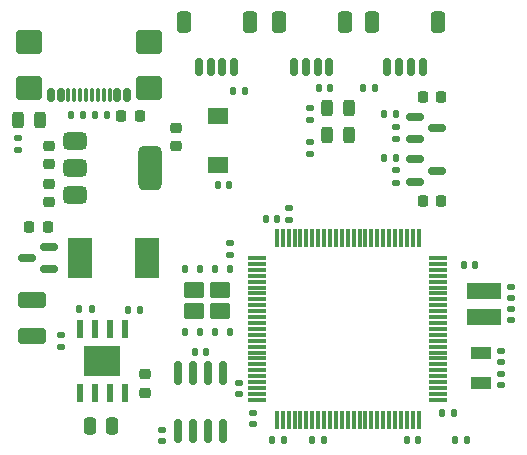
<source format=gbr>
%TF.GenerationSoftware,KiCad,Pcbnew,9.0.1*%
%TF.CreationDate,2025-07-01T00:30:54-05:00*%
%TF.ProjectId,CAN-Sensor-Hub-v1,43414e2d-5365-46e7-936f-722d4875622d,rev?*%
%TF.SameCoordinates,Original*%
%TF.FileFunction,Paste,Top*%
%TF.FilePolarity,Positive*%
%FSLAX46Y46*%
G04 Gerber Fmt 4.6, Leading zero omitted, Abs format (unit mm)*
G04 Created by KiCad (PCBNEW 9.0.1) date 2025-07-01 00:30:54*
%MOMM*%
%LPD*%
G01*
G04 APERTURE LIST*
G04 Aperture macros list*
%AMRoundRect*
0 Rectangle with rounded corners*
0 $1 Rounding radius*
0 $2 $3 $4 $5 $6 $7 $8 $9 X,Y pos of 4 corners*
0 Add a 4 corners polygon primitive as box body*
4,1,4,$2,$3,$4,$5,$6,$7,$8,$9,$2,$3,0*
0 Add four circle primitives for the rounded corners*
1,1,$1+$1,$2,$3*
1,1,$1+$1,$4,$5*
1,1,$1+$1,$6,$7*
1,1,$1+$1,$8,$9*
0 Add four rect primitives between the rounded corners*
20,1,$1+$1,$2,$3,$4,$5,0*
20,1,$1+$1,$4,$5,$6,$7,0*
20,1,$1+$1,$6,$7,$8,$9,0*
20,1,$1+$1,$8,$9,$2,$3,0*%
G04 Aperture macros list end*
%ADD10RoundRect,0.150000X0.150000X0.625000X-0.150000X0.625000X-0.150000X-0.625000X0.150000X-0.625000X0*%
%ADD11RoundRect,0.250000X0.350000X0.650000X-0.350000X0.650000X-0.350000X-0.650000X0.350000X-0.650000X0*%
%ADD12RoundRect,0.250000X-0.945000X0.420000X-0.945000X-0.420000X0.945000X-0.420000X0.945000X0.420000X0*%
%ADD13RoundRect,0.135000X0.135000X0.185000X-0.135000X0.185000X-0.135000X-0.185000X0.135000X-0.185000X0*%
%ADD14RoundRect,0.140000X-0.140000X-0.170000X0.140000X-0.170000X0.140000X0.170000X-0.140000X0.170000X0*%
%ADD15RoundRect,0.140000X0.140000X0.170000X-0.140000X0.170000X-0.140000X-0.170000X0.140000X-0.170000X0*%
%ADD16RoundRect,0.140000X0.170000X-0.140000X0.170000X0.140000X-0.170000X0.140000X-0.170000X-0.140000X0*%
%ADD17RoundRect,0.140000X-0.170000X0.140000X-0.170000X-0.140000X0.170000X-0.140000X0.170000X0.140000X0*%
%ADD18RoundRect,0.135000X0.185000X-0.135000X0.185000X0.135000X-0.185000X0.135000X-0.185000X-0.135000X0*%
%ADD19RoundRect,0.250000X0.840000X0.750000X-0.840000X0.750000X-0.840000X-0.750000X0.840000X-0.750000X0*%
%ADD20RoundRect,0.150000X0.150000X0.425000X-0.150000X0.425000X-0.150000X-0.425000X0.150000X-0.425000X0*%
%ADD21RoundRect,0.075000X0.075000X0.500000X-0.075000X0.500000X-0.075000X-0.500000X0.075000X-0.500000X0*%
%ADD22RoundRect,0.125000X-0.125000X0.250000X-0.125000X-0.250000X0.125000X-0.250000X0.125000X0.250000X0*%
%ADD23RoundRect,0.250000X-0.615000X0.435000X-0.615000X-0.435000X0.615000X-0.435000X0.615000X0.435000X0*%
%ADD24RoundRect,0.150000X-0.150000X0.825000X-0.150000X-0.825000X0.150000X-0.825000X0.150000X0.825000X0*%
%ADD25RoundRect,0.135000X-0.185000X0.135000X-0.185000X-0.135000X0.185000X-0.135000X0.185000X0.135000X0*%
%ADD26R,1.800000X1.350000*%
%ADD27RoundRect,0.243750X0.243750X0.456250X-0.243750X0.456250X-0.243750X-0.456250X0.243750X-0.456250X0*%
%ADD28RoundRect,0.150000X-0.587500X-0.150000X0.587500X-0.150000X0.587500X0.150000X-0.587500X0.150000X0*%
%ADD29RoundRect,0.218750X0.256250X-0.218750X0.256250X0.218750X-0.256250X0.218750X-0.256250X-0.218750X0*%
%ADD30RoundRect,0.150000X0.587500X0.150000X-0.587500X0.150000X-0.587500X-0.150000X0.587500X-0.150000X0*%
%ADD31R,0.600000X1.550000*%
%ADD32R,3.100000X2.600000*%
%ADD33RoundRect,0.225000X0.250000X-0.225000X0.250000X0.225000X-0.250000X0.225000X-0.250000X-0.225000X0*%
%ADD34RoundRect,0.225000X0.225000X0.250000X-0.225000X0.250000X-0.225000X-0.250000X0.225000X-0.250000X0*%
%ADD35RoundRect,0.135000X-0.135000X-0.185000X0.135000X-0.185000X0.135000X0.185000X-0.135000X0.185000X0*%
%ADD36RoundRect,0.375000X-0.625000X-0.375000X0.625000X-0.375000X0.625000X0.375000X-0.625000X0.375000X0*%
%ADD37RoundRect,0.500000X-0.500000X-1.400000X0.500000X-1.400000X0.500000X1.400000X-0.500000X1.400000X0*%
%ADD38RoundRect,0.250000X0.250000X0.475000X-0.250000X0.475000X-0.250000X-0.475000X0.250000X-0.475000X0*%
%ADD39R,2.950000X1.400000*%
%ADD40RoundRect,0.075000X0.725000X0.075000X-0.725000X0.075000X-0.725000X-0.075000X0.725000X-0.075000X0*%
%ADD41RoundRect,0.075000X0.075000X0.725000X-0.075000X0.725000X-0.075000X-0.725000X0.075000X-0.725000X0*%
%ADD42R,2.000000X3.400000*%
%ADD43RoundRect,0.243750X-0.243750X-0.456250X0.243750X-0.456250X0.243750X0.456250X-0.243750X0.456250X0*%
%ADD44R,1.800000X1.000000*%
%ADD45RoundRect,0.218750X-0.218750X-0.256250X0.218750X-0.256250X0.218750X0.256250X-0.218750X0.256250X0*%
%ADD46RoundRect,0.225000X-0.225000X-0.250000X0.225000X-0.250000X0.225000X0.250000X-0.225000X0.250000X0*%
G04 APERTURE END LIST*
D10*
%TO.C,J3*%
X144600000Y-65750000D03*
X143600000Y-65750000D03*
X142600000Y-65750000D03*
X141600000Y-65750000D03*
D11*
X145900000Y-61875000D03*
X140300000Y-61875000D03*
%TD*%
D12*
%TO.C,C7*%
X127480000Y-85450000D03*
X127480000Y-88530000D03*
%TD*%
D13*
%TO.C,R8*%
X131490000Y-86200000D03*
X132510000Y-86200000D03*
%TD*%
D14*
%TO.C,C26*%
X145480000Y-67750000D03*
X144520000Y-67750000D03*
%TD*%
%TO.C,C25*%
X152730000Y-67500000D03*
X151770000Y-67500000D03*
%TD*%
D15*
%TO.C,C22*%
X155520000Y-67500000D03*
X156480000Y-67500000D03*
%TD*%
D10*
%TO.C,J1*%
X160550000Y-65750000D03*
X159550000Y-65750000D03*
X158550000Y-65750000D03*
X157550000Y-65750000D03*
D11*
X161850000Y-61875000D03*
X156250000Y-61875000D03*
%TD*%
D10*
%TO.C,J2*%
X152650000Y-65750000D03*
X151650000Y-65750000D03*
X150650000Y-65750000D03*
X149650000Y-65750000D03*
D11*
X153950000Y-61875000D03*
X148350000Y-61875000D03*
%TD*%
D16*
%TO.C,C9*%
X149250000Y-78660000D03*
X149250000Y-77700000D03*
%TD*%
D17*
%TO.C,C8*%
X145000000Y-92470000D03*
X145000000Y-93430000D03*
%TD*%
D18*
%TO.C,R6*%
X151000000Y-73110000D03*
X151000000Y-72090000D03*
%TD*%
%TO.C,R5*%
X151000000Y-70210000D03*
X151000000Y-69190000D03*
%TD*%
%TO.C,R4*%
X126250000Y-72760000D03*
X126250000Y-71740000D03*
%TD*%
D19*
%TO.C,J4*%
X127190000Y-63585000D03*
X127190000Y-67515000D03*
X137410000Y-63585000D03*
X137410000Y-67515000D03*
D20*
X135500000Y-68090000D03*
X134700000Y-68090000D03*
D21*
X134050000Y-68090000D03*
X133050000Y-68090000D03*
X131550000Y-68090000D03*
X130550000Y-68090000D03*
D20*
X129900000Y-68090000D03*
X129100000Y-68090000D03*
X129100000Y-68090000D03*
X129900000Y-68090000D03*
D21*
X131050000Y-68090000D03*
X132050000Y-68090000D03*
X132550000Y-68090000D03*
X133550000Y-68090000D03*
D20*
X134700000Y-68090000D03*
X135500000Y-68090000D03*
%TD*%
D22*
%TO.C,U3*%
X144200000Y-88200000D03*
X142930000Y-88200000D03*
X141660000Y-88200000D03*
X140390000Y-88200000D03*
X140390000Y-82800000D03*
X141660000Y-82800000D03*
X142930000Y-82800000D03*
X144200000Y-82800000D03*
D23*
X141220000Y-86350000D03*
X143370000Y-86350000D03*
X141220000Y-84650000D03*
X143370000Y-84650000D03*
%TD*%
D14*
%TO.C,C10*%
X148230000Y-78600000D03*
X147270000Y-78600000D03*
%TD*%
D17*
%TO.C,C2*%
X168000000Y-86220000D03*
X168000000Y-87180000D03*
%TD*%
D15*
%TO.C,C11*%
X160180000Y-97300000D03*
X159220000Y-97300000D03*
%TD*%
D14*
%TO.C,C5*%
X143220000Y-75700000D03*
X144180000Y-75700000D03*
%TD*%
D18*
%TO.C,R12*%
X158300000Y-71810000D03*
X158300000Y-70790000D03*
%TD*%
D14*
%TO.C,C19*%
X162220000Y-95000000D03*
X163180000Y-95000000D03*
%TD*%
D24*
%TO.C,U2*%
X143655000Y-91625000D03*
X142385000Y-91625000D03*
X141115000Y-91625000D03*
X139845000Y-91625000D03*
X139845000Y-96575000D03*
X141115000Y-96575000D03*
X142385000Y-96575000D03*
X143655000Y-96575000D03*
%TD*%
D25*
%TO.C,R16*%
X144200000Y-80590000D03*
X144200000Y-81610000D03*
%TD*%
D13*
%TO.C,R10*%
X131810000Y-69800000D03*
X130790000Y-69800000D03*
%TD*%
D26*
%TO.C,SW1*%
X143200000Y-69900000D03*
X143200000Y-74050000D03*
%TD*%
D14*
%TO.C,C6*%
X135620000Y-86300000D03*
X136580000Y-86300000D03*
%TD*%
D27*
%TO.C,D1*%
X154337500Y-71500000D03*
X152462500Y-71500000D03*
%TD*%
D28*
%TO.C,Q1*%
X159925000Y-69950000D03*
X159925000Y-71850000D03*
X161800000Y-70900000D03*
%TD*%
D29*
%TO.C,D6*%
X137000000Y-93300000D03*
X137000000Y-91725000D03*
%TD*%
D17*
%TO.C,C3*%
X167200000Y-89740000D03*
X167200000Y-90700000D03*
%TD*%
D30*
%TO.C,Q3*%
X128937500Y-82850000D03*
X128937500Y-80950000D03*
X127062500Y-81900000D03*
%TD*%
D25*
%TO.C,R11*%
X129900000Y-88390000D03*
X129900000Y-89410000D03*
%TD*%
D31*
%TO.C,U1*%
X135305000Y-87900000D03*
X134035000Y-87900000D03*
X132765000Y-87900000D03*
X131495000Y-87900000D03*
X131495000Y-93300000D03*
X132765000Y-93300000D03*
X134035000Y-93300000D03*
X135305000Y-93300000D03*
D32*
X133400000Y-90600000D03*
%TD*%
D16*
%TO.C,C4*%
X167200000Y-92660000D03*
X167200000Y-91700000D03*
%TD*%
%TO.C,C1*%
X168000000Y-85280000D03*
X168000000Y-84320000D03*
%TD*%
D33*
%TO.C,C15*%
X139700000Y-72450000D03*
X139700000Y-70900000D03*
%TD*%
D18*
%TO.C,R14*%
X158300000Y-75510000D03*
X158300000Y-74490000D03*
%TD*%
D33*
%TO.C,C17*%
X128900000Y-73975000D03*
X128900000Y-72425000D03*
%TD*%
D17*
%TO.C,C14*%
X146200000Y-95020000D03*
X146200000Y-95980000D03*
%TD*%
D34*
%TO.C,C23*%
X162112500Y-68300000D03*
X160562500Y-68300000D03*
%TD*%
D33*
%TO.C,C18*%
X128900000Y-77175000D03*
X128900000Y-75625000D03*
%TD*%
D14*
%TO.C,C21*%
X141240000Y-89850000D03*
X142200000Y-89850000D03*
%TD*%
D35*
%TO.C,R1*%
X163290000Y-97300000D03*
X164310000Y-97300000D03*
%TD*%
%TO.C,R15*%
X157290000Y-73400000D03*
X158310000Y-73400000D03*
%TD*%
D28*
%TO.C,Q2*%
X159925000Y-73550000D03*
X159925000Y-75450000D03*
X161800000Y-74500000D03*
%TD*%
D35*
%TO.C,R13*%
X157290000Y-69700000D03*
X158310000Y-69700000D03*
%TD*%
D36*
%TO.C,U4*%
X131150000Y-72000000D03*
X131150000Y-74300000D03*
D37*
X137450000Y-74300000D03*
D36*
X131150000Y-76600000D03*
%TD*%
D14*
%TO.C,C13*%
X164020000Y-82500000D03*
X164980000Y-82500000D03*
%TD*%
D38*
%TO.C,C16*%
X134250000Y-96100000D03*
X132350000Y-96100000D03*
%TD*%
D35*
%TO.C,R2*%
X147790000Y-97300000D03*
X148810000Y-97300000D03*
%TD*%
D27*
%TO.C,D3*%
X152462500Y-69200000D03*
X154337500Y-69200000D03*
%TD*%
D39*
%TO.C,X1*%
X165700000Y-86900000D03*
X165700000Y-84700000D03*
%TD*%
D13*
%TO.C,R9*%
X133810000Y-69800000D03*
X132790000Y-69800000D03*
%TD*%
D40*
%TO.C,U7*%
X161875000Y-93900000D03*
X161875000Y-93400000D03*
X161875000Y-92900000D03*
X161875000Y-92400000D03*
X161875000Y-91900000D03*
X161875000Y-91400000D03*
X161875000Y-90900000D03*
X161875000Y-90400000D03*
X161875000Y-89900000D03*
X161875000Y-89400000D03*
X161875000Y-88900000D03*
X161875000Y-88400000D03*
X161875000Y-87900000D03*
X161875000Y-87400000D03*
X161875000Y-86900000D03*
X161875000Y-86400000D03*
X161875000Y-85900000D03*
X161875000Y-85400000D03*
X161875000Y-84900000D03*
X161875000Y-84400000D03*
X161875000Y-83900000D03*
X161875000Y-83400000D03*
X161875000Y-82900000D03*
X161875000Y-82400000D03*
X161875000Y-81900000D03*
D41*
X160200000Y-80225000D03*
X159700000Y-80225000D03*
X159200000Y-80225000D03*
X158700000Y-80225000D03*
X158200000Y-80225000D03*
X157700000Y-80225000D03*
X157200000Y-80225000D03*
X156700000Y-80225000D03*
X156200000Y-80225000D03*
X155700000Y-80225000D03*
X155200000Y-80225000D03*
X154700000Y-80225000D03*
X154200000Y-80225000D03*
X153700000Y-80225000D03*
X153200000Y-80225000D03*
X152700000Y-80225000D03*
X152200000Y-80225000D03*
X151700000Y-80225000D03*
X151200000Y-80225000D03*
X150700000Y-80225000D03*
X150200000Y-80225000D03*
X149700000Y-80225000D03*
X149200000Y-80225000D03*
X148700000Y-80225000D03*
X148200000Y-80225000D03*
D40*
X146525000Y-81900000D03*
X146525000Y-82400000D03*
X146525000Y-82900000D03*
X146525000Y-83400000D03*
X146525000Y-83900000D03*
X146525000Y-84400000D03*
X146525000Y-84900000D03*
X146525000Y-85400000D03*
X146525000Y-85900000D03*
X146525000Y-86400000D03*
X146525000Y-86900000D03*
X146525000Y-87400000D03*
X146525000Y-87900000D03*
X146525000Y-88400000D03*
X146525000Y-88900000D03*
X146525000Y-89400000D03*
X146525000Y-89900000D03*
X146525000Y-90400000D03*
X146525000Y-90900000D03*
X146525000Y-91400000D03*
X146525000Y-91900000D03*
X146525000Y-92400000D03*
X146525000Y-92900000D03*
X146525000Y-93400000D03*
X146525000Y-93900000D03*
D41*
X148200000Y-95575000D03*
X148700000Y-95575000D03*
X149200000Y-95575000D03*
X149700000Y-95575000D03*
X150200000Y-95575000D03*
X150700000Y-95575000D03*
X151200000Y-95575000D03*
X151700000Y-95575000D03*
X152200000Y-95575000D03*
X152700000Y-95575000D03*
X153200000Y-95575000D03*
X153700000Y-95575000D03*
X154200000Y-95575000D03*
X154700000Y-95575000D03*
X155200000Y-95575000D03*
X155700000Y-95575000D03*
X156200000Y-95575000D03*
X156700000Y-95575000D03*
X157200000Y-95575000D03*
X157700000Y-95575000D03*
X158200000Y-95575000D03*
X158700000Y-95575000D03*
X159200000Y-95575000D03*
X159700000Y-95575000D03*
X160200000Y-95575000D03*
%TD*%
D13*
%TO.C,R3*%
X152210000Y-97300000D03*
X151190000Y-97300000D03*
%TD*%
D42*
%TO.C,L1*%
X137250000Y-81900000D03*
X131550000Y-81900000D03*
%TD*%
D43*
%TO.C,D2*%
X126312500Y-70200000D03*
X128187500Y-70200000D03*
%TD*%
D44*
%TO.C,X2*%
X165500000Y-89950000D03*
X165500000Y-92450000D03*
%TD*%
D45*
%TO.C,D5*%
X127212500Y-79300000D03*
X128787500Y-79300000D03*
%TD*%
D46*
%TO.C,C20*%
X135025000Y-69900000D03*
X136575000Y-69900000D03*
%TD*%
D17*
%TO.C,C12*%
X138500000Y-96420000D03*
X138500000Y-97380000D03*
%TD*%
D34*
%TO.C,C24*%
X162137500Y-77100000D03*
X160587500Y-77100000D03*
%TD*%
M02*

</source>
